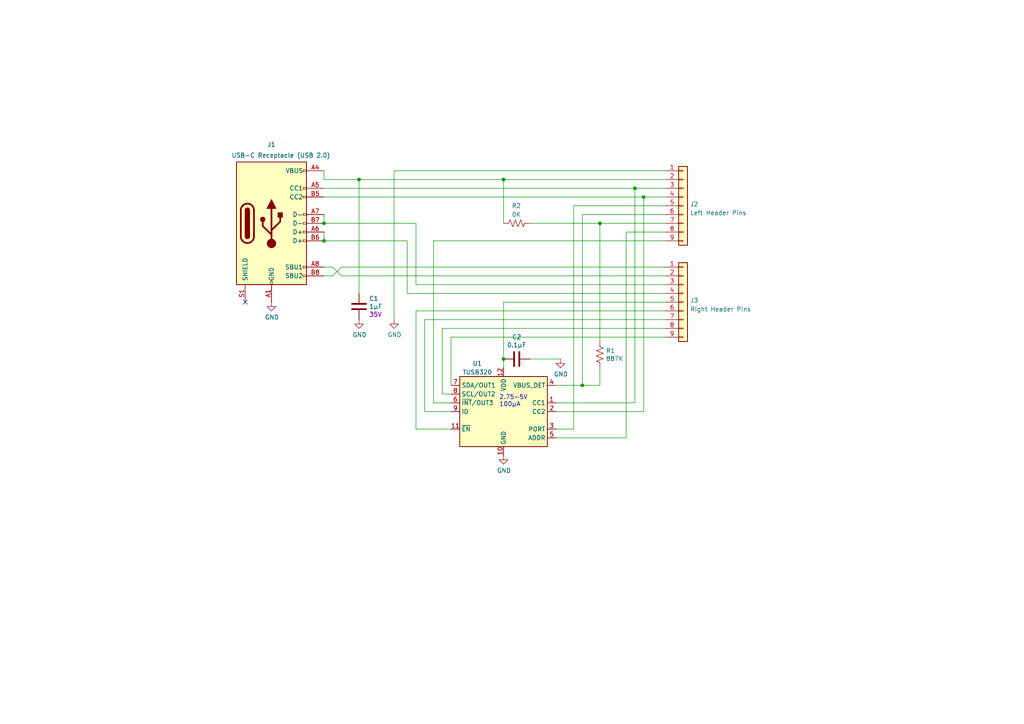
<source format=kicad_sch>
(kicad_sch (version 20211123) (generator eeschema)
  (paper "A4")
  (title_block (title "TUSB320 USB-C Breakout Board") (date "2022-09-17") (rev "1") (company "ide"))
  (lib_symbols
    (symbol "Connector_Generic:Conn_01x09" (pin_names (offset 1.016) hide)
      (property "Reference" "J" (at 0 12.7 0))
      (property "Value" "Conn_01x09" (at 0 -12.7 0))
      (symbol "Conn_01x09_1_1"
        (rectangle (start -1.27 -10.033) (end 0 -10.287) (stroke (width 0.1524)))
        (rectangle (start -1.27 -7.493) (end 0 -7.747) (stroke (width 0.1524)))
        (rectangle (start -1.27 -4.953) (end 0 -5.207) (stroke (width 0.1524)))
        (rectangle (start -1.27 -2.413) (end 0 -2.667) (stroke (width 0.1524)))
        (rectangle (start -1.27 0.127) (end 0 -0.127) (stroke (width 0.1524)))
        (rectangle (start -1.27 2.667) (end 0 2.413) (stroke (width 0.1524)))
        (rectangle (start -1.27 5.207) (end 0 4.953) (stroke (width 0.1524)))
        (rectangle (start -1.27 7.747) (end 0 7.493) (stroke (width 0.1524)))
        (rectangle (start -1.27 10.287) (end 0 10.033) (stroke (width 0.1524)))
        (rectangle (start -1.27 11.43) (end 1.27 -11.43) (stroke (width 0.254)) (fill (type background)))
        (pin passive line (at -5.08 10.16 0) (length 3.81) (name "Pin_1") (number "1"))
        (pin passive line (at -5.08 7.62 0) (length 3.81) (name "Pin_2") (number "2"))
        (pin passive line (at -5.08 5.08 0) (length 3.81) (name "Pin_3") (number "3"))
        (pin passive line (at -5.08 2.54 0) (length 3.81) (name "Pin_4") (number "4"))
        (pin passive line (at -5.08 0 0) (length 3.81) (name "Pin_5") (number "5"))
        (pin passive line (at -5.08 -2.54 0) (length 3.81) (name "Pin_6") (number "6"))
        (pin passive line (at -5.08 -5.08 0) (length 3.81) (name "Pin_7") (number "7"))
        (pin passive line (at -5.08 -7.62 0) (length 3.81) (name "Pin_8") (number "8"))
        (pin passive line (at -5.08 -10.16 0) (length 3.81) (name "Pin_9") (number "9"))
      )
    )
    (symbol "Device:C" (pin_numbers hide) (pin_names (offset 0.254))
      (property "Reference" "C" (at 0.635 2.54 0))
      (property "Value" "C" (at 0.635 -2.54 0))
      (symbol "C_0_1"
        (polyline (pts (xy -2.032 -0.762) (xy 2.032 -0.762)) (stroke (width 0.508)))
        (polyline (pts (xy -2.032 0.762) (xy 2.032 0.762)) (stroke (width 0.508)))
      )
      (symbol "C_1_1"
        (pin passive line (at 0 3.81 270) (length 2.794) (name "~") (number "1"))
        (pin passive line (at 0 -3.81 90) (length 2.794) (name "~") (number "2"))
      )
    )
    (symbol "Device:R_US" (pin_numbers hide) (pin_names (offset 0))
      (property "Reference" "R" (at 2.54 0 90))
      (property "Value" "R_US" (at -2.54 0 90))
      (symbol "R_US_0_1"
        (polyline (pts (xy 0 -2.286) (xy 0 -2.54)))
        (polyline (pts (xy 0 2.286) (xy 0 2.54)))
        (polyline (pts (xy 0 -0.762) (xy 1.016 -1.143) (xy 0 -1.524) (xy -1.016 -1.905) (xy 0 -2.286)))
        (polyline (pts (xy 0 0.762) (xy 1.016 0.381) (xy 0 0) (xy -1.016 -0.381) (xy 0 -0.762)))
        (polyline (pts (xy 0 2.286) (xy 1.016 1.905) (xy 0 1.524) (xy -1.016 1.143) (xy 0 0.762)))
      )
      (symbol "R_US_1_1"
        (pin passive line (at 0 3.81 270) (length 1.27) (name "~") (number "1"))
        (pin passive line (at 0 -3.81 90) (length 1.27) (name "~") (number "2"))
      )
    )
    (symbol "Interface_USB:TUSB320"
      (property "Reference" "U" (at -11.43 11.43 0))
      (property "Value" "TUSB320" (at 7.62 11.43 0))
      (symbol "TUSB320_0_1"
        (rectangle (start -12.7 10.16) (end 12.7 -10.16) (stroke (width 0.254)) (fill (type background)))
      )
      (symbol "TUSB320_1_1"
        (pin bidirectional line (at 15.24 2.54 180) (length 2.54) (name "CC1") (number "1"))
        (pin power_in line (at 0 -12.7 90) (length 2.54) (name "GND") (number "10"))
        (pin input line (at -15.24 -5.08 0) (length 2.54) (name "~{EN}") (number "11"))
        (pin power_in line (at 0 12.7 270) (length 2.54) (name "VDD") (number "12"))
        (pin bidirectional line (at 15.24 0 180) (length 2.54) (name "CC2") (number "2"))
        (pin input line (at 15.24 -5.08 180) (length 2.54) (name "PORT") (number "3"))
        (pin input line (at 15.24 7.62 180) (length 2.54) (name "VBUS_DET") (number "4"))
        (pin input line (at 15.24 -7.62 180) (length 2.54) (name "ADDR") (number "5"))
        (pin open_collector line (at -15.24 2.54 0) (length 2.54) (name "~{INT}/OUT3") (number "6"))
        (pin bidirectional line (at -15.24 7.62 0) (length 2.54) (name "SDA/OUT1") (number "7"))
        (pin bidirectional line (at -15.24 5.08 0) (length 2.54) (name "SCL/OUT2") (number "8"))
        (pin open_collector line (at -15.24 0 0) (length 2.54) (name "ID") (number "9"))
      )
    )
    (symbol "power:GND" (power) (pin_names (offset 0))
      (property "Value" "GND" (at 0 -3.81 0))
      (symbol "GND_0_1"
        (polyline (pts (xy 0 0) (xy 0 -1.27) (xy 1.27 -1.27) (xy 0 -2.54) (xy -1.27 -1.27) (xy 0 -1.27)))
      )
      (symbol "GND_1_1"
        (pin power_in line (at 0 0 270) (length 0) hide (name "GND") (number "1"))
      )
    )
    (symbol "tusb320-breakout-board:USB_C_Receptacle_USB2.0-Connector" (pin_names (offset 1.016))
      (property "Reference" "J" (at -10.16 19.05 0))
      (property "Value" "USB_C_Receptacle_USB2.0-Connector" (at 19.05 19.05 0))
      (symbol "USB_C_Receptacle_USB2.0-Connector_0_0"
        (rectangle (start -0.254 -17.78) (end 0.254 -16.764))
        (rectangle (start 10.16 -14.986) (end 9.144 -15.494))
        (rectangle (start 10.16 -12.446) (end 9.144 -12.954))
        (rectangle (start 10.16 -4.826) (end 9.144 -5.334))
        (rectangle (start 10.16 -2.286) (end 9.144 -2.794))
        (rectangle (start 10.16 0.254) (end 9.144 -0.254))
        (rectangle (start 10.16 2.794) (end 9.144 2.286))
        (rectangle (start 10.16 7.874) (end 9.144 7.366))
        (rectangle (start 10.16 10.414) (end 9.144 9.906))
        (rectangle (start 10.16 15.494) (end 9.144 14.986))
      )
      (symbol "USB_C_Receptacle_USB2.0-Connector_0_1"
        (rectangle (start -10.16 17.78) (end 10.16 -17.78) (stroke (width 0.254)) (fill (type background)))
        (arc (start -8.89 -3.81) (mid -6.985 -5.715) (end -5.08 -3.81) (stroke (width 0.508)))
        (arc (start -7.62 -3.81) (mid -6.985 -4.445) (end -6.35 -3.81) (stroke (width 0.254)))
        (arc (start -7.62 -3.81) (mid -6.985 -4.445) (end -6.35 -3.81) (stroke (width 0.254)) (fill (type outline)))
        (rectangle (start -7.62 -3.81) (end -6.35 3.81) (stroke (width 0.254)) (fill (type outline)))
        (arc (start -6.35 3.81) (mid -6.985 4.445) (end -7.62 3.81) (stroke (width 0.254)))
        (arc (start -6.35 3.81) (mid -6.985 4.445) (end -7.62 3.81) (stroke (width 0.254)) (fill (type outline)))
        (arc (start -5.08 3.81) (mid -6.985 5.715) (end -8.89 3.81) (stroke (width 0.508)))
        (circle (center -2.54 1.143) (radius 0.635) (stroke (width 0.254)) (fill (type outline)))
        (circle (center 0 -5.842) (radius 1.27) (fill (type outline)))
        (polyline (pts (xy -8.89 -3.81) (xy -8.89 3.81)) (stroke (width 0.508)))
        (polyline (pts (xy -5.08 3.81) (xy -5.08 -3.81)) (stroke (width 0.508)))
        (polyline (pts (xy 0 -5.842) (xy 0 4.318)) (stroke (width 0.508)))
        (polyline (pts (xy 0 -3.302) (xy -2.54 -0.762) (xy -2.54 0.508)) (stroke (width 0.508)))
        (polyline (pts (xy 0 -2.032) (xy 2.54 0.508) (xy 2.54 1.778)) (stroke (width 0.508)))
        (polyline (pts (xy -1.27 4.318) (xy 0 6.858) (xy 1.27 4.318) (xy -1.27 4.318)) (stroke (width 0.254)) (fill (type outline)))
        (rectangle (start 1.905 1.778) (end 3.175 3.048) (stroke (width 0.254)) (fill (type outline)))
      )
      (symbol "USB_C_Receptacle_USB2.0-Connector_1_1"
        (pin power_in line (at 0 -22.86 90) (length 5.08) (name "GND") (number "A1"))
        (pin passive line (at 0 -22.86 90) (length 5.08) hide (name "GND") (number "A12"))
        (pin power_in line (at 15.24 15.24 180) (length 5.08) (name "VBUS") (number "A4"))
        (pin bidirectional line (at 15.24 10.16 180) (length 5.08) (name "CC1") (number "A5"))
        (pin bidirectional line (at 15.24 -2.54 180) (length 5.08) (name "D+") (number "A6"))
        (pin bidirectional line (at 15.24 2.54 180) (length 5.08) (name "D-") (number "A7"))
        (pin bidirectional line (at 15.24 -12.7 180) (length 5.08) (name "SBU1") (number "A8"))
        (pin passive line (at 15.24 15.24 180) (length 5.08) hide (name "VBUS") (number "A9"))
        (pin passive line (at 0 -22.86 90) (length 5.08) hide (name "GND") (number "B1"))
        (pin passive line (at 0 -22.86 90) (length 5.08) hide (name "GND") (number "B12"))
        (pin passive line (at 15.24 15.24 180) (length 5.08) hide (name "VBUS") (number "B4"))
        (pin bidirectional line (at 15.24 7.62 180) (length 5.08) (name "CC2") (number "B5"))
        (pin bidirectional line (at 15.24 -5.08 180) (length 5.08) (name "D+") (number "B6"))
        (pin bidirectional line (at 15.24 0 180) (length 5.08) (name "D-") (number "B7"))
        (pin bidirectional line (at 15.24 -15.24 180) (length 5.08) (name "SBU2") (number "B8"))
        (pin passive line (at 15.24 15.24 180) (length 5.08) hide (name "VBUS") (number "B9"))
        (pin passive line (at -7.62 -22.86 90) (length 5.08) (name "SHIELD") (number "S1"))
      )
    )
  )
  (junction (at 146.05 52.07))
  (junction (at 146.05 104.14))
  (junction (at 104.14 52.07))
  (junction (at 184.15 54.61))
  (junction (at 168.91 111.76))
  (junction (at 173.99 64.77))
  (junction (at 186.69 57.15))
  (junction (at 93.98 69.85))
  (junction (at 93.98 64.77))
  (no_connect (at 71.12 87.63))
  (wire (pts (xy 184.15 54.61) (xy 193.04 54.61)))
  (wire (pts (xy 128.27 95.25) (xy 193.04 95.25)))
  (wire (pts (xy 96.52 80.01) (xy 99.06 77.47)))
  (wire (pts (xy 114.3 49.53) (xy 114.3 92.71)))
  (wire (pts (xy 93.98 57.15) (xy 186.69 57.15)))
  (wire (pts (xy 146.05 52.07) (xy 146.05 64.77)))
  (wire (pts (xy 193.04 80.01) (xy 99.06 80.01)))
  (wire (pts (xy 93.98 49.53) (xy 93.98 52.07)))
  (wire (pts (xy 125.73 69.85) (xy 125.73 116.84)))
  (wire (pts (xy 193.04 82.55) (xy 120.65 82.55)))
  (wire (pts (xy 153.67 64.77) (xy 173.99 64.77)))
  (wire (pts (xy 120.65 82.55) (xy 120.65 64.77)))
  (wire (pts (xy 161.29 127) (xy 181.61 127)))
  (wire (pts (xy 130.81 111.76) (xy 130.81 97.79)))
  (wire (pts (xy 161.29 119.38) (xy 186.69 119.38)))
  (wire (pts (xy 184.15 54.61) (xy 184.15 116.84)))
  (wire (pts (xy 168.91 62.23) (xy 168.91 111.76)))
  (wire (pts (xy 93.98 64.77) (xy 93.98 62.23)))
  (wire (pts (xy 92.71 64.77) (xy 93.98 64.77)))
  (wire (pts (xy 123.19 119.38) (xy 123.19 92.71)))
  (wire (pts (xy 130.81 116.84) (xy 125.73 116.84)))
  (wire (pts (xy 99.06 77.47) (xy 193.04 77.47)))
  (wire (pts (xy 181.61 67.31) (xy 181.61 127)))
  (wire (pts (xy 93.98 64.77) (xy 120.65 64.77)))
  (wire (pts (xy 96.52 77.47) (xy 93.98 77.47)))
  (wire (pts (xy 161.29 116.84) (xy 184.15 116.84)))
  (wire (pts (xy 173.99 111.76) (xy 173.99 106.68)))
  (wire (pts (xy 125.73 69.85) (xy 193.04 69.85)))
  (wire (pts (xy 104.14 52.07) (xy 104.14 85.09)))
  (wire (pts (xy 120.65 90.17) (xy 193.04 90.17)))
  (wire (pts (xy 114.3 49.53) (xy 193.04 49.53)))
  (wire (pts (xy 118.11 85.09) (xy 193.04 85.09)))
  (wire (pts (xy 130.81 124.46) (xy 120.65 124.46)))
  (wire (pts (xy 146.05 87.63) (xy 146.05 104.14)))
  (wire (pts (xy 161.29 124.46) (xy 166.37 124.46)))
  (wire (pts (xy 161.29 111.76) (xy 168.91 111.76)))
  (wire (pts (xy 128.27 114.3) (xy 128.27 95.25)))
  (wire (pts (xy 186.69 57.15) (xy 193.04 57.15)))
  (wire (pts (xy 166.37 59.69) (xy 193.04 59.69)))
  (wire (pts (xy 93.98 80.01) (xy 96.52 80.01)))
  (wire (pts (xy 93.98 69.85) (xy 118.11 69.85)))
  (wire (pts (xy 168.91 111.76) (xy 173.99 111.76)))
  (wire (pts (xy 173.99 64.77) (xy 173.99 99.06)))
  (wire (pts (xy 193.04 67.31) (xy 181.61 67.31)))
  (wire (pts (xy 146.05 52.07) (xy 193.04 52.07)))
  (wire (pts (xy 186.69 57.15) (xy 186.69 119.38)))
  (wire (pts (xy 99.06 80.01) (xy 96.52 77.47)))
  (wire (pts (xy 193.04 64.77) (xy 173.99 64.77)))
  (wire (pts (xy 153.67 104.14) (xy 162.56 104.14)))
  (wire (pts (xy 120.65 90.17) (xy 120.65 124.46)))
  (wire (pts (xy 130.81 97.79) (xy 193.04 97.79)))
  (wire (pts (xy 93.98 69.85) (xy 93.98 67.31)))
  (wire (pts (xy 130.81 119.38) (xy 123.19 119.38)))
  (wire (pts (xy 168.91 62.23) (xy 193.04 62.23)))
  (wire (pts (xy 123.19 92.71) (xy 193.04 92.71)))
  (wire (pts (xy 130.81 114.3) (xy 128.27 114.3)))
  (wire (pts (xy 166.37 59.69) (xy 166.37 124.46)))
  (wire (pts (xy 118.11 69.85) (xy 118.11 85.09)))
  (wire (pts (xy 104.14 52.07) (xy 146.05 52.07)))
  (wire (pts (xy 146.05 87.63) (xy 193.04 87.63)))
  (wire (pts (xy 93.98 52.07) (xy 104.14 52.07)))
  (wire (pts (xy 146.05 106.68) (xy 146.05 104.14)))
  (wire (pts (xy 93.98 54.61) (xy 184.15 54.61)))
  (text "2.75-5V\n100μA" (at 144.78 118.11 0) (effects (font (size 1.27 1.27)) (justify left bottom)))
  (symbol (lib_id "Connector_Generic:Conn_01x09") (at 198.12 59.69 0) (unit 1)
    (property "Reference" "J2" (at 200.152 59.2109 0) (effects (justify left)))
    (property "Value" "Left Header Pins" (at 200.152 61.7478 0) (effects (justify left)))
    (property "Footprint" "Connector_PinHeader_2.54mm:PinHeader_1x09_P2.54mm_Vertical" (effects hide))
  )
  (symbol (lib_id "tusb320-breakout-board:USB_C_Receptacle_USB2.0-Connector") (at 78.74 64.77 0) (unit 1)
    (property "Reference" "J1" (at 78.74 41.91 0))
    (property "Value" "USB-C Receptacle (USB 2.0)" (at 81.4578 45.0596 0))
    (property "Footprint" "Connector_USB:USB_C_Receptacle_JAE_DX07S016JA1R1500" (effects hide))
    (property "Datasheet" "https://www.usb.org/sites/default/files/documents/usb_type-c.zip" (effects hide))
  )
  (symbol (lib_id "Device:R_US") (at 173.99 102.87 0) (unit 1)
    (property "Reference" "R1" (at 175.7172 101.7016 0) (effects (justify left)))
    (property "Value" "887K" (at 175.7172 104.013 0) (effects (justify left)))
    (property "Footprint" "Resistor_SMD:R_0402_1005Metric" (effects hide))
  )
  (symbol (lib_id "power:GND") (at 78.74 87.63 0) (unit 1)
    (property "Reference" "#PWR0103" (effects hide))
    (property "Value" "GND" (at 78.867 92.0242 0))
  )
  (symbol (lib_id "power:GND") (at 114.3 92.71 0) (unit 1)
    (property "Reference" "#PWR0104" (effects hide))
    (property "Value" "GND" (at 114.427 97.1042 0))
  )
  (symbol (lib_id "Interface_USB:TUSB320") (at 146.05 119.38 0) (unit 1)
    (property "Reference" "U1" (at 138.43 105.41 0))
    (property "Value" "TUSB320" (at 138.43 107.95 0))
    (property "Footprint" "Package_DFN_QFN:Texas_X2QFN-12_1.6x1.6mm_P0.4mm" (effects hide))
    (property "Datasheet" "http://www.ti.com/lit/ds/symlink/tusb320.pdf" (effects hide))
  )
  (symbol (lib_id "power:GND") (at 146.05 132.08 0) (unit 1)
    (property "Reference" "#PWR0105" (effects hide))
    (property "Value" "GND" (at 146.177 136.4742 0))
  )
  (symbol (lib_id "power:GND") (at 104.14 92.71 0) (unit 1)
    (property "Reference" "#PWR0101" (effects hide))
    (property "Value" "GND" (at 104.267 97.1042 0))
  )
  (symbol (lib_id "Device:C") (at 149.86 104.14 270) (unit 1)
    (property "Reference" "C2" (at 149.86 97.7392 90))
    (property "Value" "0.1μF" (at 149.86 100.0506 90))
    (property "Footprint" "Capacitor_SMD:C_0402_1005Metric" (effects hide))
  )
  (symbol (lib_id "Connector_Generic:Conn_01x09") (at 198.12 87.63 0) (unit 1)
    (property "Reference" "J3" (at 200.152 87.1509 0) (effects (justify left)))
    (property "Value" "Right Header Pins" (at 200.152 89.6878 0) (effects (justify left)))
    (property "Footprint" "Connector_PinHeader_2.54mm:PinHeader_1x09_P2.54mm_Vertical" (effects hide))
  )
  (symbol (lib_id "Device:R_US") (at 149.86 64.77 90) (unit 1)
    (property "Reference" "R2" (at 151.13 59.69 90) (effects (justify left)))
    (property "Value" "0K" (at 151.13 62.23 90) (effects (justify left)))
    (property "Footprint" "Resistor_SMD:R_0402_1005Metric" (effects hide))
  )
  (symbol (lib_id "Device:C") (at 104.14 88.9 180) (unit 1)
    (property "Reference" "C1" (at 107.061 86.5886 0) (effects (justify right)))
    (property "Value" "1μF" (at 107.061 88.9 0) (effects (justify right)))
    (property "Footprint" "Capacitor_SMD:C_0402_1005Metric" (effects hide))
    (property "Voltage" "35V" (at 107.061 91.2114 0) (effects (justify right)))
  )
  (symbol (lib_id "power:GND") (at 162.56 104.14 0) (unit 1)
    (property "Reference" "#PWR0106" (effects hide))
    (property "Value" "GND" (at 162.687 108.5342 0))
  )
)
</source>
